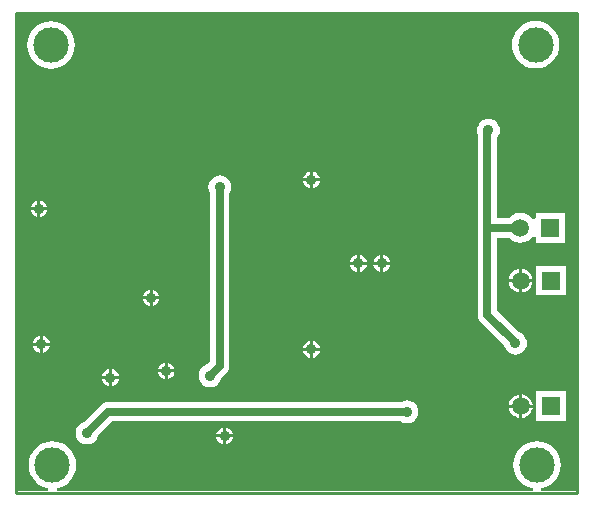
<source format=gbl>
G04 Layer_Physical_Order=2*
G04 Layer_Color=16711680*
%FSLAX44Y44*%
%MOMM*%
G71*
G01*
G75*
%ADD22C,0.6350*%
%ADD26C,0.2540*%
%ADD27C,1.5000*%
%ADD28R,1.5000X1.5000*%
%ADD29C,3.0000*%
%ADD30C,0.9144*%
G36*
X1076944Y944346D02*
X1075210Y746760D01*
Y580390D01*
Y566420D01*
Y553720D01*
Y541500D01*
X1044948D01*
X1044823Y544040D01*
X1045336Y544091D01*
X1049121Y545239D01*
X1052610Y547103D01*
X1055667Y549613D01*
X1058177Y552670D01*
X1060041Y556158D01*
X1061189Y559944D01*
X1061577Y563880D01*
X1061189Y567816D01*
X1060041Y571601D01*
X1058177Y575090D01*
X1055667Y578147D01*
X1052610Y580657D01*
X1049121Y582521D01*
X1045336Y583669D01*
X1041400Y584057D01*
X1037464Y583669D01*
X1033679Y582521D01*
X1030190Y580657D01*
X1027133Y578147D01*
X1024623Y575090D01*
X1022759Y571601D01*
X1021611Y567816D01*
X1021223Y563880D01*
X1021611Y559944D01*
X1022759Y556158D01*
X1024623Y552670D01*
X1027133Y549613D01*
X1030190Y547103D01*
X1033679Y545239D01*
X1037464Y544091D01*
X1037977Y544040D01*
X1037852Y541500D01*
X634738D01*
X634613Y544040D01*
X635126Y544091D01*
X638912Y545239D01*
X642400Y547103D01*
X645457Y549613D01*
X647967Y552670D01*
X649831Y556158D01*
X650979Y559944D01*
X651367Y563880D01*
X650979Y567816D01*
X649831Y571601D01*
X647967Y575090D01*
X645457Y578147D01*
X642400Y580657D01*
X638912Y582521D01*
X635126Y583669D01*
X631190Y584057D01*
X627254Y583669D01*
X623469Y582521D01*
X619980Y580657D01*
X616923Y578147D01*
X614413Y575090D01*
X612549Y571601D01*
X611401Y567816D01*
X611013Y563880D01*
X611401Y559944D01*
X612549Y556158D01*
X614413Y552670D01*
X616923Y549613D01*
X619980Y547103D01*
X623469Y545239D01*
X627254Y544091D01*
X627767Y544040D01*
X627642Y541500D01*
X601750D01*
X600000Y867000D01*
X601750Y944400D01*
X836930Y946150D01*
X1075156D01*
X1076944Y944346D01*
D02*
G37*
%LPC*%
G36*
X726230Y650506D02*
X725643Y650429D01*
X723913Y649712D01*
X722428Y648572D01*
X721288Y647087D01*
X720571Y645357D01*
X720494Y644770D01*
X726230D01*
Y650506D01*
D02*
G37*
G36*
X728770D02*
Y644770D01*
X734506D01*
X734429Y645357D01*
X733712Y647087D01*
X732572Y648572D01*
X731087Y649712D01*
X729357Y650429D01*
X728770Y650506D01*
D02*
G37*
G36*
X849230Y660400D02*
X843494D01*
X843571Y659813D01*
X844288Y658083D01*
X845428Y656598D01*
X846913Y655458D01*
X848643Y654741D01*
X849230Y654664D01*
Y660400D01*
D02*
G37*
G36*
X734506Y642230D02*
X728770D01*
Y636494D01*
X729357Y636571D01*
X731087Y637288D01*
X732572Y638428D01*
X733712Y639913D01*
X734429Y641643D01*
X734506Y642230D01*
D02*
G37*
G36*
X678980Y644756D02*
X678393Y644679D01*
X676663Y643962D01*
X675178Y642822D01*
X674038Y641337D01*
X673321Y639607D01*
X673244Y639020D01*
X678980D01*
Y644756D01*
D02*
G37*
G36*
X681520D02*
Y639020D01*
X687256D01*
X687179Y639607D01*
X686462Y641337D01*
X685322Y642822D01*
X683837Y643962D01*
X682107Y644679D01*
X681520Y644756D01*
D02*
G37*
G36*
X857506Y660400D02*
X851770D01*
Y654664D01*
X852357Y654741D01*
X854087Y655458D01*
X855572Y656598D01*
X856712Y658083D01*
X857429Y659813D01*
X857506Y660400D01*
D02*
G37*
G36*
X851770Y668676D02*
Y662940D01*
X857506D01*
X857429Y663527D01*
X856712Y665257D01*
X855572Y666742D01*
X854087Y667882D01*
X852357Y668599D01*
X851770Y668676D01*
D02*
G37*
G36*
X620480Y673006D02*
X619893Y672929D01*
X618163Y672212D01*
X616678Y671072D01*
X615538Y669587D01*
X614821Y667857D01*
X614744Y667270D01*
X620480D01*
Y673006D01*
D02*
G37*
G36*
X623020D02*
Y667270D01*
X628756D01*
X628679Y667857D01*
X627962Y669587D01*
X626822Y671072D01*
X625337Y672212D01*
X623607Y672929D01*
X623020Y673006D01*
D02*
G37*
G36*
X620480Y664730D02*
X614744D01*
X614821Y664143D01*
X615538Y662413D01*
X616678Y660928D01*
X618163Y659788D01*
X619893Y659071D01*
X620480Y658994D01*
Y664730D01*
D02*
G37*
G36*
X628756D02*
X623020D01*
Y658994D01*
X623607Y659071D01*
X625337Y659788D01*
X626822Y660928D01*
X627962Y662413D01*
X628679Y664143D01*
X628756Y664730D01*
D02*
G37*
G36*
X849230Y668676D02*
X848643Y668599D01*
X846913Y667882D01*
X845428Y666742D01*
X844288Y665257D01*
X843571Y663527D01*
X843494Y662940D01*
X849230D01*
Y668676D01*
D02*
G37*
G36*
X726230Y642230D02*
X720494D01*
X720571Y641643D01*
X721288Y639913D01*
X722428Y638428D01*
X723913Y637288D01*
X725643Y636571D01*
X726230Y636494D01*
Y642230D01*
D02*
G37*
G36*
X778270Y595506D02*
Y589770D01*
X784006D01*
X783929Y590357D01*
X783212Y592087D01*
X782072Y593572D01*
X780587Y594712D01*
X778857Y595429D01*
X778270Y595506D01*
D02*
G37*
G36*
X931250Y618735D02*
X928730Y618404D01*
X926382Y617431D01*
X926246Y617326D01*
X678500D01*
X677422Y617184D01*
X676345Y617043D01*
X674337Y616211D01*
X672613Y614888D01*
X658151Y600426D01*
X657980Y600404D01*
X655632Y599431D01*
X653616Y597884D01*
X652069Y595868D01*
X651096Y593520D01*
X650765Y591000D01*
X651096Y588480D01*
X652069Y586132D01*
X653616Y584116D01*
X655632Y582569D01*
X657980Y581596D01*
X660500Y581265D01*
X663020Y581596D01*
X665368Y582569D01*
X667384Y584116D01*
X668931Y586132D01*
X669904Y588480D01*
X669926Y588651D01*
X681949Y600674D01*
X926246D01*
X926382Y600569D01*
X928730Y599596D01*
X931250Y599265D01*
X933770Y599596D01*
X936118Y600569D01*
X938134Y602116D01*
X939681Y604132D01*
X940654Y606480D01*
X940985Y609000D01*
X940654Y611520D01*
X939681Y613868D01*
X938134Y615884D01*
X936118Y617431D01*
X933770Y618404D01*
X931250Y618735D01*
D02*
G37*
G36*
X1065730Y626290D02*
X1040570D01*
Y601130D01*
X1065730D01*
Y626290D01*
D02*
G37*
G36*
X775730Y587230D02*
X769994D01*
X770071Y586643D01*
X770788Y584913D01*
X771928Y583428D01*
X773413Y582288D01*
X775143Y581571D01*
X775730Y581494D01*
Y587230D01*
D02*
G37*
G36*
X784006D02*
X778270D01*
Y581494D01*
X778857Y581571D01*
X780587Y582288D01*
X782072Y583428D01*
X783212Y584913D01*
X783929Y586643D01*
X784006Y587230D01*
D02*
G37*
G36*
X775730Y595506D02*
X775143Y595429D01*
X773413Y594712D01*
X771928Y593572D01*
X770788Y592087D01*
X770071Y590357D01*
X769994Y589770D01*
X775730D01*
Y595506D01*
D02*
G37*
G36*
X1026480Y612440D02*
X1017791D01*
X1017968Y611089D01*
X1018980Y608647D01*
X1020589Y606549D01*
X1022687Y604940D01*
X1025129Y603928D01*
X1026480Y603751D01*
Y612440D01*
D02*
G37*
G36*
X772750Y808985D02*
X770230Y808654D01*
X767882Y807681D01*
X765866Y806134D01*
X764319Y804118D01*
X763346Y801770D01*
X763015Y799250D01*
X763346Y796730D01*
X764319Y794382D01*
X764424Y794246D01*
Y650949D01*
X762401Y648926D01*
X762230Y648904D01*
X759882Y647931D01*
X757866Y646384D01*
X756319Y644368D01*
X755346Y642020D01*
X755015Y639500D01*
X755346Y636980D01*
X756319Y634632D01*
X757866Y632616D01*
X759882Y631069D01*
X762230Y630096D01*
X764750Y629765D01*
X767270Y630096D01*
X769618Y631069D01*
X771634Y632616D01*
X773181Y634632D01*
X774154Y636980D01*
X774176Y637151D01*
X778637Y641612D01*
X779961Y643337D01*
X780792Y645345D01*
X781076Y647500D01*
Y794246D01*
X781181Y794382D01*
X782154Y796730D01*
X782485Y799250D01*
X782154Y801770D01*
X781181Y804118D01*
X779634Y806134D01*
X777618Y807681D01*
X775270Y808654D01*
X772750Y808985D01*
D02*
G37*
G36*
X678980Y636480D02*
X673244D01*
X673321Y635893D01*
X674038Y634163D01*
X675178Y632678D01*
X676663Y631538D01*
X678393Y630821D01*
X678980Y630744D01*
Y636480D01*
D02*
G37*
G36*
X687256D02*
X681520D01*
Y630744D01*
X682107Y630821D01*
X683837Y631538D01*
X685322Y632678D01*
X686462Y634163D01*
X687179Y635893D01*
X687256Y636480D01*
D02*
G37*
G36*
X1037709Y612440D02*
X1029020D01*
Y603751D01*
X1030371Y603928D01*
X1032813Y604940D01*
X1034911Y606549D01*
X1036520Y608647D01*
X1037532Y611089D01*
X1037709Y612440D01*
D02*
G37*
G36*
X1026480Y623669D02*
X1025129Y623492D01*
X1022687Y622480D01*
X1020589Y620871D01*
X1018980Y618773D01*
X1017968Y616331D01*
X1017791Y614980D01*
X1026480D01*
Y623669D01*
D02*
G37*
G36*
X1029020D02*
Y614980D01*
X1037709D01*
X1037532Y616331D01*
X1036520Y618773D01*
X1034911Y620871D01*
X1032813Y622480D01*
X1030371Y623492D01*
X1029020Y623669D01*
D02*
G37*
G36*
X618480Y779480D02*
X612744D01*
X612821Y778893D01*
X613538Y777163D01*
X614678Y775678D01*
X616163Y774538D01*
X617893Y773821D01*
X618480Y773744D01*
Y779480D01*
D02*
G37*
G36*
X626756D02*
X621020D01*
Y773744D01*
X621607Y773821D01*
X623337Y774538D01*
X624822Y775678D01*
X625962Y777163D01*
X626679Y778893D01*
X626756Y779480D01*
D02*
G37*
G36*
X618480Y787756D02*
X617893Y787679D01*
X616163Y786962D01*
X614678Y785822D01*
X613538Y784337D01*
X612821Y782607D01*
X612744Y782020D01*
X618480D01*
Y787756D01*
D02*
G37*
G36*
X1000360Y856895D02*
X997840Y856564D01*
X995492Y855591D01*
X993476Y854044D01*
X991929Y852028D01*
X990956Y849680D01*
X990625Y847160D01*
X990956Y844640D01*
X991164Y844140D01*
Y764540D01*
Y690880D01*
X991306Y689802D01*
X991448Y688725D01*
X992279Y686717D01*
X993603Y684993D01*
X1013744Y664851D01*
X1013816Y664300D01*
X1014789Y661952D01*
X1016336Y659936D01*
X1018352Y658389D01*
X1020700Y657416D01*
X1023220Y657085D01*
X1025740Y657416D01*
X1028088Y658389D01*
X1030104Y659936D01*
X1031651Y661952D01*
X1032624Y664300D01*
X1032955Y666820D01*
X1032624Y669340D01*
X1031651Y671688D01*
X1030104Y673704D01*
X1028088Y675251D01*
X1026050Y676095D01*
X1007816Y694329D01*
Y756424D01*
X1017882D01*
X1018378Y755778D01*
X1021006Y753761D01*
X1024066Y752494D01*
X1027350Y752061D01*
X1030634Y752494D01*
X1033694Y753761D01*
X1036322Y755778D01*
X1037630Y757482D01*
X1040170Y756620D01*
Y752170D01*
X1065330D01*
Y777330D01*
X1040170D01*
Y772880D01*
X1037630Y772018D01*
X1036322Y773722D01*
X1033694Y775739D01*
X1030634Y777006D01*
X1027350Y777438D01*
X1024066Y777006D01*
X1021006Y775739D01*
X1018378Y773722D01*
X1017882Y773076D01*
X1007816D01*
Y841022D01*
X1008791Y842292D01*
X1009764Y844640D01*
X1010095Y847160D01*
X1009764Y849680D01*
X1008791Y852028D01*
X1007244Y854044D01*
X1005228Y855591D01*
X1002880Y856564D01*
X1000360Y856895D01*
D02*
G37*
G36*
X891540Y741506D02*
Y735770D01*
X897276D01*
X897199Y736357D01*
X896482Y738087D01*
X895342Y739572D01*
X893857Y740712D01*
X892127Y741429D01*
X891540Y741506D01*
D02*
G37*
G36*
X908730D02*
X908143Y741429D01*
X906413Y740712D01*
X904928Y739572D01*
X903788Y738087D01*
X903071Y736357D01*
X902994Y735770D01*
X908730D01*
Y741506D01*
D02*
G37*
G36*
X911270D02*
Y735770D01*
X917006D01*
X916929Y736357D01*
X916212Y738087D01*
X915072Y739572D01*
X913587Y740712D01*
X911857Y741429D01*
X911270Y741506D01*
D02*
G37*
G36*
X851770Y812256D02*
Y806520D01*
X857506D01*
X857429Y807107D01*
X856712Y808837D01*
X855572Y810322D01*
X854087Y811462D01*
X852357Y812179D01*
X851770Y812256D01*
D02*
G37*
G36*
X629920Y939657D02*
X625984Y939269D01*
X622198Y938121D01*
X618710Y936257D01*
X615653Y933747D01*
X613143Y930690D01*
X611279Y927202D01*
X610131Y923416D01*
X609743Y919480D01*
X610131Y915544D01*
X611279Y911758D01*
X613143Y908270D01*
X615653Y905213D01*
X618710Y902703D01*
X622198Y900839D01*
X625984Y899691D01*
X629920Y899303D01*
X633856Y899691D01*
X637641Y900839D01*
X641130Y902703D01*
X644187Y905213D01*
X646697Y908270D01*
X648561Y911758D01*
X649709Y915544D01*
X650097Y919480D01*
X649709Y923416D01*
X648561Y927202D01*
X646697Y930690D01*
X644187Y933747D01*
X641130Y936257D01*
X637641Y938121D01*
X633856Y939269D01*
X629920Y939657D01*
D02*
G37*
G36*
X1040230Y939907D02*
X1036294Y939520D01*
X1032508Y938371D01*
X1029020Y936507D01*
X1025963Y933997D01*
X1023453Y930940D01*
X1021589Y927451D01*
X1020441Y923666D01*
X1020053Y919730D01*
X1020441Y915794D01*
X1021589Y912009D01*
X1023453Y908520D01*
X1025963Y905463D01*
X1029020Y902953D01*
X1032508Y901089D01*
X1036294Y899941D01*
X1040230Y899553D01*
X1044166Y899941D01*
X1047952Y901089D01*
X1051440Y902953D01*
X1054497Y905463D01*
X1057007Y908520D01*
X1058871Y912009D01*
X1060019Y915794D01*
X1060407Y919730D01*
X1060019Y923666D01*
X1058871Y927451D01*
X1057007Y930940D01*
X1054497Y933997D01*
X1051440Y936507D01*
X1047952Y938371D01*
X1044166Y939520D01*
X1040230Y939907D01*
D02*
G37*
G36*
X849230Y812256D02*
X848643Y812179D01*
X846913Y811462D01*
X845428Y810322D01*
X844288Y808837D01*
X843571Y807107D01*
X843494Y806520D01*
X849230D01*
Y812256D01*
D02*
G37*
G36*
X621020Y787756D02*
Y782020D01*
X626756D01*
X626679Y782607D01*
X625962Y784337D01*
X624822Y785822D01*
X623337Y786962D01*
X621607Y787679D01*
X621020Y787756D01*
D02*
G37*
G36*
X849230Y803980D02*
X843494D01*
X843571Y803393D01*
X844288Y801663D01*
X845428Y800178D01*
X846913Y799038D01*
X848643Y798321D01*
X849230Y798244D01*
Y803980D01*
D02*
G37*
G36*
X857506D02*
X851770D01*
Y798244D01*
X852357Y798321D01*
X854087Y799038D01*
X855572Y800178D01*
X856712Y801663D01*
X857429Y803393D01*
X857506Y803980D01*
D02*
G37*
G36*
X1065580Y732580D02*
X1040420D01*
Y707420D01*
X1065580D01*
Y732580D01*
D02*
G37*
G36*
X1037559Y718730D02*
X1028870D01*
Y710041D01*
X1030221Y710219D01*
X1032663Y711230D01*
X1034761Y712840D01*
X1036370Y714937D01*
X1037382Y717379D01*
X1037559Y718730D01*
D02*
G37*
G36*
X1026330D02*
X1017641D01*
X1017818Y717379D01*
X1018830Y714937D01*
X1020439Y712840D01*
X1022537Y711230D01*
X1024979Y710219D01*
X1026330Y710041D01*
Y718730D01*
D02*
G37*
G36*
X716020Y712256D02*
Y706520D01*
X721756D01*
X721679Y707107D01*
X720962Y708837D01*
X719822Y710322D01*
X718337Y711462D01*
X716607Y712179D01*
X716020Y712256D01*
D02*
G37*
G36*
X713480Y703980D02*
X707744D01*
X707821Y703393D01*
X708538Y701663D01*
X709678Y700178D01*
X711163Y699038D01*
X712893Y698321D01*
X713480Y698244D01*
Y703980D01*
D02*
G37*
G36*
X721756D02*
X716020D01*
Y698244D01*
X716607Y698321D01*
X718337Y699038D01*
X719822Y700178D01*
X720962Y701663D01*
X721679Y703393D01*
X721756Y703980D01*
D02*
G37*
G36*
X713480Y712256D02*
X712893Y712179D01*
X711163Y711462D01*
X709678Y710322D01*
X708538Y708837D01*
X707821Y707107D01*
X707744Y706520D01*
X713480D01*
Y712256D01*
D02*
G37*
G36*
X908730Y733230D02*
X902994D01*
X903071Y732643D01*
X903788Y730913D01*
X904928Y729428D01*
X906413Y728288D01*
X908143Y727571D01*
X908730Y727494D01*
Y733230D01*
D02*
G37*
G36*
X917006D02*
X911270D01*
Y727494D01*
X911857Y727571D01*
X913587Y728288D01*
X915072Y729428D01*
X916212Y730913D01*
X916929Y732643D01*
X917006Y733230D01*
D02*
G37*
G36*
X889000Y741506D02*
X888413Y741429D01*
X886683Y740712D01*
X885198Y739572D01*
X884058Y738087D01*
X883341Y736357D01*
X883264Y735770D01*
X889000D01*
Y741506D01*
D02*
G37*
G36*
X897276Y733230D02*
X891540D01*
Y727494D01*
X892127Y727571D01*
X893857Y728288D01*
X895342Y729428D01*
X896482Y730913D01*
X897199Y732643D01*
X897276Y733230D01*
D02*
G37*
G36*
X1026330Y729960D02*
X1024979Y729782D01*
X1022537Y728770D01*
X1020439Y727161D01*
X1018830Y725063D01*
X1017818Y722621D01*
X1017641Y721270D01*
X1026330D01*
Y729960D01*
D02*
G37*
G36*
X1028870D02*
Y721270D01*
X1037559D01*
X1037382Y722621D01*
X1036370Y725063D01*
X1034761Y727161D01*
X1032663Y728770D01*
X1030221Y729782D01*
X1028870Y729960D01*
D02*
G37*
G36*
X889000Y733230D02*
X883264D01*
X883341Y732643D01*
X884058Y730913D01*
X885198Y729428D01*
X886683Y728288D01*
X888413Y727571D01*
X889000Y727494D01*
Y733230D01*
D02*
G37*
%LPD*%
D22*
X999490Y690880D02*
X1023620Y666750D01*
X999490Y846290D02*
X1000360Y847160D01*
X999490Y764540D02*
Y846290D01*
Y690880D02*
Y764540D01*
X999700Y764750D01*
X1027350D01*
X772750Y647500D02*
Y799250D01*
X764750Y639500D02*
X772750Y647500D01*
X678500Y609000D02*
X931250D01*
X660500Y591000D02*
X678500Y609000D01*
D26*
X600000Y539750D02*
X1075690D01*
Y946150D01*
X600000D02*
X1075690D01*
X600000Y539750D02*
Y946150D01*
D27*
X1027350Y764750D02*
D03*
X1027750Y613710D02*
D03*
X1027600Y720000D02*
D03*
D28*
X1052750Y764750D02*
D03*
X1053150Y613710D02*
D03*
X1053000Y720000D02*
D03*
D29*
X1040230Y919730D02*
D03*
X1041400Y563880D02*
D03*
X631190D02*
D03*
X629920Y919480D02*
D03*
D30*
X1000360Y847160D02*
D03*
X1023220Y666820D02*
D03*
X764750Y639500D02*
D03*
X772750Y799250D02*
D03*
X660500Y591000D02*
D03*
X931250Y609000D02*
D03*
X890270Y734500D02*
D03*
X910000D02*
D03*
X680250Y637750D02*
D03*
X727500Y643500D02*
D03*
X777000Y588500D02*
D03*
X619750Y780750D02*
D03*
X621750Y666000D02*
D03*
X714750Y705250D02*
D03*
X850500Y661670D02*
D03*
Y805250D02*
D03*
M02*

</source>
